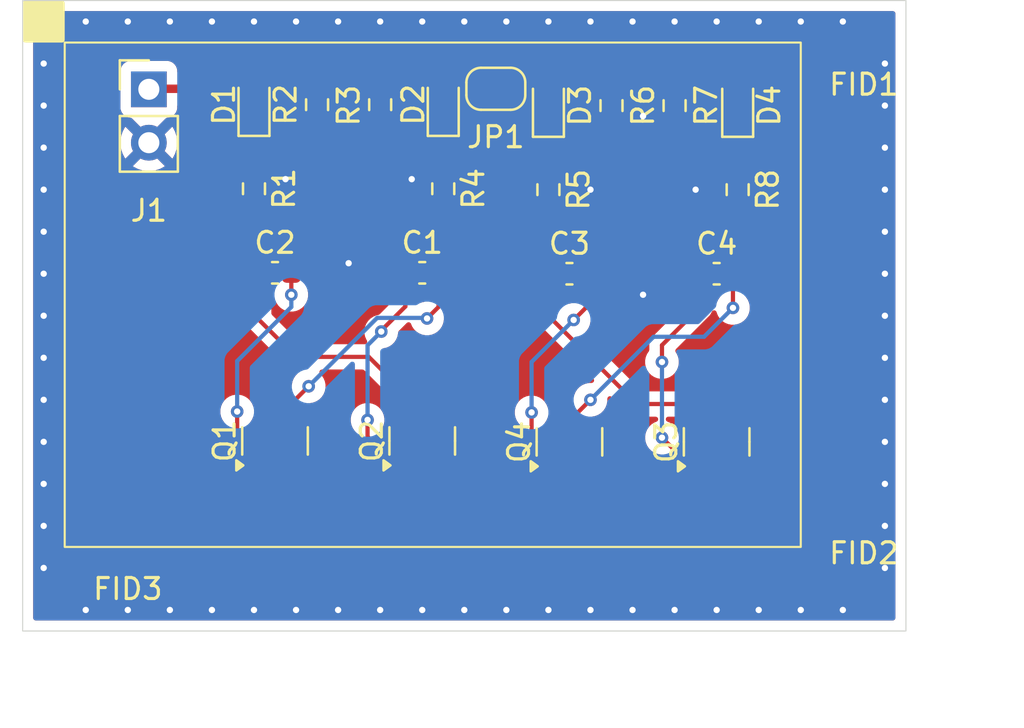
<source format=kicad_pcb>
(kicad_pcb (version 20241229) (generator "pcbnew") (generator_version "9.0")
  (layers (0 "F.Cu" signal) (2 "B.Cu" signal) (13 "F.Paste" user) (15 "B.Paste" user) (5 "F.SilkS" user "F.Silkscreen") (7 "B.SilkS" user "B.Silkscreen") (1 "F.Mask" user) (3 "B.Mask" user) (25 "Edge.Cuts" user))
  (net 0 "")
  (net 1 "GND")
  (net 2 "Net-(Q1-C)")
  (net 3 "Net-(Q2-B)")
  (net 4 "Net-(Q2-C)")
  (net 5 "Net-(Q1-B)")
  (net 6 "+9V")
  (net 7 "Net-(D1-K)")
  (net 8 "Net-(D2-K)")
  (net 9 "Net-(Q4-B)")
  (net 10 "Net-(Q3-C)")
  (net 11 "Net-(Q3-B)")
  (net 12 "Net-(Q4-C)")
  (net 13 "Net-(D3-K)")
  (net 14 "Net-(D4-K)")
  (net 15 "Net-(D3-A)")
  (footprint "LED_SMD:LED_0603_1608Metric" (layer "F.Cu") (at 111 104.95625 90)
    (property "Reference" "D1" (at 0 -1.43 90) (layer "F.SilkS"))
    (property "Value" "LED")
    (fp_line (start 0.8 -0.735) (end -1.485 -0.735) (stroke (width 0.12)) (layer "F.SilkS"))
    (fp_line (start -1.485 -0.735) (end -1.485 0.735) (stroke (width 0.12)) (layer "F.SilkS"))
    (fp_line (start -1.485 0.735) (end 0.8 0.735) (stroke (width 0.12)) (layer "F.SilkS"))
    (pad "1" smd roundrect (at -0.7875 0 90) (size 0.875 0.95) (layers "F.Cu" "F.Mask" "F.Paste") (net 7 "Net-(D1-K)"))
    (pad "2" smd roundrect (at 0.7875 0 90) (size 0.875 0.95) (layers "F.Cu" "F.Mask" "F.Paste") (net 6 "+9V"))
  )
  (footprint "Fiducial:Fiducial_0.5mm_Mask1.5mm" (layer "F.Cu") (at 140 128)
    (property "Reference" "FID2" (at 0 -1.7 0) (layer "F.SilkS"))
    (property "Value" "Fiducial")
    (pad "" smd circle (at 0 0) (size 0.5 0.5) (layers "F.Cu" "F.Mask") (clearance 0.6))
  )
  (footprint "Resistor_SMD:R_0603_1608Metric_Pad0.98x0.95mm_HandSolder" (layer "F.Cu") (at 120 108.95625 -90)
    (property "Reference" "R4" (at 0 -1.43 90) (layer "F.SilkS"))
    (property "Value" "470")
    (fp_line (start -0.254724 0.5225) (end 0.254724 0.5225) (stroke (width 0.12)) (layer "F.SilkS"))
    (fp_line (start -0.254724 -0.5225) (end 0.254724 -0.5225) (stroke (width 0.12)) (layer "F.SilkS"))
    (pad "1" smd roundrect (at -0.9125 0 270) (size 0.975 0.95) (layers "F.Cu" "F.Mask" "F.Paste") (net 8 "Net-(D2-K)"))
    (pad "2" smd roundrect (at 0.9125 0 270) (size 0.975 0.95) (layers "F.Cu" "F.Mask" "F.Paste") (net 2 "Net-(Q1-C)"))
  )
  (footprint "LED_SMD:LED_0603_1608Metric" (layer "F.Cu") (at 134 105 90)
    (property "Reference" "D4" (at 0 1.5 90) (layer "F.SilkS"))
    (property "Value" "LED")
    (fp_line (start 0.8 -0.735) (end -1.485 -0.735) (stroke (width 0.12)) (layer "F.SilkS"))
    (fp_line (start -1.485 -0.735) (end -1.485 0.735) (stroke (width 0.12)) (layer "F.SilkS"))
    (fp_line (start -1.485 0.735) (end 0.8 0.735) (stroke (width 0.12)) (layer "F.SilkS"))
    (pad "1" smd roundrect (at -0.7875 0 90) (size 0.875 0.95) (layers "F.Cu" "F.Mask" "F.Paste") (net 14 "Net-(D4-K)"))
    (pad "2" smd roundrect (at 0.7875 0 90) (size 0.875 0.95) (layers "F.Cu" "F.Mask" "F.Paste") (net 15 "Net-(D3-A)"))
  )
  (footprint "Resistor_SMD:R_0603_1608Metric_Pad0.98x0.95mm_HandSolder" (layer "F.Cu") (at 111 108.95625 -90)
    (property "Reference" "R1" (at 0 -1.43 90) (layer "F.SilkS"))
    (property "Value" "470")
    (fp_line (start -0.254724 0.5225) (end 0.254724 0.5225) (stroke (width 0.12)) (layer "F.SilkS"))
    (fp_line (start -0.254724 -0.5225) (end 0.254724 -0.5225) (stroke (width 0.12)) (layer "F.SilkS"))
    (pad "1" smd roundrect (at -0.9125 0 270) (size 0.975 0.95) (layers "F.Cu" "F.Mask" "F.Paste") (net 7 "Net-(D1-K)"))
    (pad "2" smd roundrect (at 0.9125 0 270) (size 0.975 0.95) (layers "F.Cu" "F.Mask" "F.Paste") (net 4 "Net-(Q2-C)"))
  )
  (footprint "Capacitor_SMD:C_0603_1608Metric" (layer "F.Cu") (at 112 112.95625)
    (property "Reference" "C2" (at 0 -1.43 0) (layer "F.SilkS"))
    (property "Value" "10µ")
    (fp_line (start -0.14058 -0.51) (end 0.14058 -0.51) (stroke (width 0.12)) (layer "F.SilkS"))
    (fp_line (start -0.14058 0.51) (end 0.14058 0.51) (stroke (width 0.12)) (layer "F.SilkS"))
    (pad "1" smd roundrect (at -0.775 0) (size 0.9 0.95) (layers "F.Cu" "F.Mask" "F.Paste") (net 4 "Net-(Q2-C)"))
    (pad "2" smd roundrect (at 0.775 0) (size 0.9 0.95) (layers "F.Cu" "F.Mask" "F.Paste") (net 5 "Net-(Q1-B)"))
  )
  (footprint "Connector_PinHeader_2.54mm:PinHeader_1x02_P2.54mm_Vertical" (layer "F.Cu") (at 106 104.225)
    (property "Reference" "J1" (at 0 5.775 0) (layer "F.SilkS"))
    (property "Value" "Conn_01x02_Pin")
    (fp_line (start -1.38 -1.38) (end 0 -1.38) (stroke (width 0.12)) (layer "F.SilkS"))
    (fp_line (start -1.38 0) (end -1.38 -1.38) (stroke (width 0.12)) (layer "F.SilkS"))
    (fp_line (start -1.38 1.27) (end -1.38 3.92) (stroke (width 0.12)) (layer "F.SilkS"))
    (fp_line (start -1.38 1.27) (end 1.38 1.27) (stroke (width 0.12)) (layer "F.SilkS"))
    (fp_line (start -1.38 3.92) (end 1.38 3.92) (stroke (width 0.12)) (layer "F.SilkS"))
    (fp_line (start 1.38 1.27) (end 1.38 3.92) (stroke (width 0.12)) (layer "F.SilkS"))
    (pad "1" thru_hole rect (at 0 0) (size 1.7 1.7) (drill 1) (layers "*.Cu" "*.Mask") (net 6 "+9V"))
    (pad "2" thru_hole circle (at 0 2.54) (size 1.7 1.7) (drill 1) (layers "*.Cu" "*.Mask") (net 1 "GND"))
  )
  (footprint "Resistor_SMD:R_0603_1608Metric_Pad0.98x0.95mm_HandSolder" (layer "F.Cu") (at 134 109 -90)
    (property "Reference" "R8" (at 0 -1.43 90) (layer "F.SilkS"))
    (property "Value" "470")
    (fp_line (start -0.254724 0.5225) (end 0.254724 0.5225) (stroke (width 0.12)) (layer "F.SilkS"))
    (fp_line (start -0.254724 -0.5225) (end 0.254724 -0.5225) (stroke (width 0.12)) (layer "F.SilkS"))
    (pad "1" smd roundrect (at -0.9125 0 270) (size 0.975 0.95) (layers "F.Cu" "F.Mask" "F.Paste") (net 14 "Net-(D4-K)"))
    (pad "2" smd roundrect (at 0.9125 0 270) (size 0.975 0.95) (layers "F.Cu" "F.Mask" "F.Paste") (net 12 "Net-(Q4-C)"))
  )
  (footprint "Package_TO_SOT_SMD:SOT-23" (layer "F.Cu") (at 119 120.95625 90)
    (property "Reference" "Q2" (at 0 -2.4 90) (layer "F.SilkS"))
    (property "Value" "BC847")
    (fp_line (start 0 -1.56) (end 0.65 -1.56) (stroke (width 0.12)) (layer "F.SilkS"))
    (fp_line (start 0 -1.56) (end -0.65 -1.56) (stroke (width 0.12)) (layer "F.SilkS"))
    (fp_line (start 0 1.56) (end 0.65 1.56) (stroke (width 0.12)) (layer "F.SilkS"))
    (fp_line (start 0 1.56) (end -0.65 1.56) (stroke (width 0.12)) (layer "F.SilkS"))
    (fp_poly (pts (xy -1.1625 -1.51) (xy -1.4025 -1.84) (xy -0.9225 -1.84)) (stroke (width 0.12)) (fill yes) (layer "F.SilkS"))
    (pad "1" smd roundrect (at -0.9375 -0.95 90) (size 1.475 0.6) (layers "F.Cu" "F.Mask" "F.Paste") (net 3 "Net-(Q2-B)"))
    (pad "2" smd roundrect (at -0.9375 0.95 90) (size 1.475 0.6) (layers "F.Cu" "F.Mask" "F.Paste") (net 1 "GND"))
    (pad "3" smd roundrect (at 0.9375 0 90) (size 1.475 0.6) (layers "F.Cu" "F.Mask" "F.Paste") (net 4 "Net-(Q2-C)"))
  )
  (footprint "LED_SMD:LED_0603_1608Metric" (layer "F.Cu") (at 120 104.95625 90)
    (property "Reference" "D2" (at 0 -1.43 90) (layer "F.SilkS"))
    (property "Value" "LED")
    (fp_line (start 0.8 -0.735) (end -1.485 -0.735) (stroke (width 0.12)) (layer "F.SilkS"))
    (fp_line (start -1.485 -0.735) (end -1.485 0.735) (stroke (width 0.12)) (layer "F.SilkS"))
    (fp_line (start -1.485 0.735) (end 0.8 0.735) (stroke (width 0.12)) (layer "F.SilkS"))
    (pad "1" smd roundrect (at -0.7875 0 90) (size 0.875 0.95) (layers "F.Cu" "F.Mask" "F.Paste") (net 8 "Net-(D2-K)"))
    (pad "2" smd roundrect (at 0.7875 0 90) (size 0.875 0.95) (layers "F.Cu" "F.Mask" "F.Paste") (net 6 "+9V"))
  )
  (footprint "Capacitor_SMD:C_0603_1608Metric" (layer "F.Cu") (at 126 113)
    (property "Reference" "C3" (at 0 -1.43 0) (layer "F.SilkS"))
    (property "Value" "10µ")
    (fp_line (start -0.14058 -0.51) (end 0.14058 -0.51) (stroke (width 0.12)) (layer "F.SilkS"))
    (fp_line (start -0.14058 0.51) (end 0.14058 0.51) (stroke (width 0.12)) (layer "F.SilkS"))
    (pad "1" smd roundrect (at -0.775 0) (size 0.9 0.95) (layers "F.Cu" "F.Mask" "F.Paste") (net 10 "Net-(Q3-C)"))
    (pad "2" smd roundrect (at 0.775 0) (size 0.9 0.95) (layers "F.Cu" "F.Mask" "F.Paste") (net 9 "Net-(Q4-B)"))
  )
  (footprint "LED_SMD:LED_0603_1608Metric" (layer "F.Cu") (at 125 105 90)
    (property "Reference" "D3" (at 0 1.5 90) (layer "F.SilkS"))
    (property "Value" "LED")
    (fp_line (start 0.8 -0.735) (end -1.485 -0.735) (stroke (width 0.12)) (layer "F.SilkS"))
    (fp_line (start -1.485 -0.735) (end -1.485 0.735) (stroke (width 0.12)) (layer "F.SilkS"))
    (fp_line (start -1.485 0.735) (end 0.8 0.735) (stroke (width 0.12)) (layer "F.SilkS"))
    (pad "1" smd roundrect (at -0.7875 0 90) (size 0.875 0.95) (layers "F.Cu" "F.Mask" "F.Paste") (net 13 "Net-(D3-K)"))
    (pad "2" smd roundrect (at 0.7875 0 90) (size 0.875 0.95) (layers "F.Cu" "F.Mask" "F.Paste") (net 15 "Net-(D3-A)"))
  )
  (footprint "Resistor_SMD:R_0603_1608Metric_Pad0.98x0.95mm_HandSolder" (layer "F.Cu") (at 117 104.95625 -90)
    (property "Reference" "R3" (at 0.04375 1.5 90) (layer "F.SilkS"))
    (property "Value" "47k")
    (fp_line (start -0.254724 0.5225) (end 0.254724 0.5225) (stroke (width 0.12)) (layer "F.SilkS"))
    (fp_line (start -0.254724 -0.5225) (end 0.254724 -0.5225) (stroke (width 0.12)) (layer "F.SilkS"))
    (pad "1" smd roundrect (at -0.9125 0 270) (size 0.975 0.95) (layers "F.Cu" "F.Mask" "F.Paste") (net 6 "+9V"))
    (pad "2" smd roundrect (at 0.9125 0 270) (size 0.975 0.95) (layers "F.Cu" "F.Mask" "F.Paste") (net 3 "Net-(Q2-B)"))
  )
  (footprint "Resistor_SMD:R_0603_1608Metric_Pad0.98x0.95mm_HandSolder" (layer "F.Cu") (at 131 105 -90)
    (property "Reference" "R7" (at 0 -1.5 90) (layer "F.SilkS"))
    (property "Value" "100k")
    (fp_line (start -0.254724 0.5225) (end 0.254724 0.5225) (stroke (width 0.12)) (layer "F.SilkS"))
    (fp_line (start -0.254724 -0.5225) (end 0.254724 -0.5225) (stroke (width 0.12)) (layer "F.SilkS"))
    (pad "1" smd roundrect (at -0.9125 0 270) (size 0.975 0.95) (layers "F.Cu" "F.Mask" "F.Paste") (net 15 "Net-(D3-A)"))
    (pad "2" smd roundrect (at 0.9125 0 270) (size 0.975 0.95) (layers "F.Cu" "F.Mask" "F.Paste") (net 11 "Net-(Q3-B)"))
  )
  (footprint "Package_TO_SOT_SMD:SOT-23" (layer "F.Cu") (at 112 120.95625 90)
    (property "Reference" "Q1" (at 0 -2.4 90) (layer "F.SilkS"))
    (property "Value" "BC847")
    (fp_line (start 0 -1.56) (end 0.65 -1.56) (stroke (width 0.12)) (layer "F.SilkS"))
    (fp_line (start 0 -1.56) (end -0.65 -1.56) (stroke (width 0.12)) (layer "F.SilkS"))
    (fp_line (start 0 1.56) (end 0.65 1.56) (stroke (width 0.12)) (layer "F.SilkS"))
    (fp_line (start 0 1.56) (end -0.65 1.56) (stroke (width 0.12)) (layer "F.SilkS"))
    (fp_poly (pts (xy -1.1625 -1.51) (xy -1.4025 -1.84) (xy -0.9225 -1.84)) (stroke (width 0.12)) (fill yes) (layer "F.SilkS"))
    (pad "1" smd roundrect (at -0.9375 -0.95 90) (size 1.475 0.6) (layers "F.Cu" "F.Mask" "F.Paste") (net 5 "Net-(Q1-B)"))
    (pad "2" smd roundrect (at -0.9375 0.95 90) (size 1.475 0.6) (layers "F.Cu" "F.Mask" "F.Paste") (net 1 "GND"))
    (pad "3" smd roundrect (at 0.9375 0 90) (size 1.475 0.6) (layers "F.Cu" "F.Mask" "F.Paste") (net 2 "Net-(Q1-C)"))
  )
  (footprint "Fiducial:Fiducial_0.5mm_Mask1.5mm" (layer "F.Cu") (at 140 102)
    (property "Reference" "FID1" (at 0 2 0) (layer "F.SilkS"))
    (property "Value" "Fiducial")
    (pad "" smd circle (at 0 0) (size 0.5 0.5) (layers "F.Cu" "F.Mask") (clearance 0.6))
  )
  (footprint "Package_TO_SOT_SMD:SOT-23" (layer "F.Cu") (at 133 121 90)
    (property "Reference" "Q3" (at 0 -2.4 90) (layer "F.SilkS"))
    (property "Value" "BC847")
    (fp_line (start 0 -1.56) (end 0.65 -1.56) (stroke (width 0.12)) (layer "F.SilkS"))
    (fp_line (start 0 -1.56) (end -0.65 -1.56) (stroke (width 0.12)) (layer "F.SilkS"))
    (fp_line (start 0 1.56) (end 0.65 1.56) (stroke (width 0.12)) (layer "F.SilkS"))
    (fp_line (start 0 1.56) (end -0.65 1.56) (stroke (width 0.12)) (layer "F.SilkS"))
    (fp_poly (pts (xy -1.1625 -1.51) (xy -1.4025 -1.84) (xy -0.9225 -1.84)) (stroke (width 0.12)) (fill yes) (layer "F.SilkS"))
    (pad "1" smd roundrect (at -0.9375 -0.95 90) (size 1.475 0.6) (layers "F.Cu" "F.Mask" "F.Paste") (net 11 "Net-(Q3-B)"))
    (pad "2" smd roundrect (at -0.9375 0.95 90) (size 1.475 0.6) (layers "F.Cu" "F.Mask" "F.Paste") (net 1 "GND"))
    (pad "3" smd roundrect (at 0.9375 0 90) (size 1.475 0.6) (layers "F.Cu" "F.Mask" "F.Paste") (net 10 "Net-(Q3-C)"))
  )
  (footprint "Capacitor_SMD:C_0603_1608Metric" (layer "F.Cu") (at 133 113)
    (property "Reference" "C4" (at 0 -1.43 0) (layer "F.SilkS"))
    (property "Value" "10µ")
    (fp_line (start -0.14058 -0.51) (end 0.14058 -0.51) (stroke (width 0.12)) (layer "F.SilkS"))
    (fp_line (start -0.14058 0.51) (end 0.14058 0.51) (stroke (width 0.12)) (layer "F.SilkS"))
    (pad "1" smd roundrect (at -0.775 0) (size 0.9 0.95) (layers "F.Cu" "F.Mask" "F.Paste") (net 11 "Net-(Q3-B)"))
    (pad "2" smd roundrect (at 0.775 0) (size 0.9 0.95) (layers "F.Cu" "F.Mask" "F.Paste") (net 12 "Net-(Q4-C)"))
  )
  (footprint "Resistor_SMD:R_0603_1608Metric_Pad0.98x0.95mm_HandSolder" (layer "F.Cu") (at 128 105 -90)
    (property "Reference" "R6" (at 0 -1.5 90) (layer "F.SilkS"))
    (property "Value" "100k")
    (fp_line (start -0.254724 0.5225) (end 0.254724 0.5225) (stroke (width 0.12)) (layer "F.SilkS"))
    (fp_line (start -0.254724 -0.5225) (end 0.254724 -0.5225) (stroke (width 0.12)) (layer "F.SilkS"))
    (pad "1" smd roundrect (at -0.9125 0 270) (size 0.975 0.95) (layers "F.Cu" "F.Mask" "F.Paste") (net 15 "Net-(D3-A)"))
    (pad "2" smd roundrect (at 0.9125 0 270) (size 0.975 0.95) (layers "F.Cu" "F.Mask" "F.Paste") (net 9 "Net-(Q4-B)"))
  )
  (footprint "Jumper:SolderJumper-2_P1.3mm_Open_RoundedPad1.0x1.5mm" (layer "F.Cu") (at 122.5 104.2)
    (property "Reference" "JP1" (at 0 2.3 0) (layer "F.SilkS"))
    (property "Value" "Jumper_2_Open")
    (fp_line (start -1.4 0.3) (end -1.4 -0.3) (stroke (width 0.12)) (layer "F.SilkS"))
    (fp_line (start -0.7 -1) (end 0.7 -1) (stroke (width 0.12)) (layer "F.SilkS"))
    (fp_line (start 0.7 1) (end -0.7 1) (stroke (width 0.12)) (layer "F.SilkS"))
    (fp_line (start 1.4 -0.3) (end 1.4 0.3) (stroke (width 0.12)) (layer "F.SilkS"))
    (fp_arc (start -1.4 -0.3) (mid -1.194975 -0.794975) (end -0.7 -1) (stroke (width 0.12)) (layer "F.SilkS"))
    (fp_arc (start -0.7 1) (mid -1.194975 0.794975) (end -1.4 0.3) (stroke (width 0.12)) (layer "F.SilkS"))
    (fp_arc (start 0.7 -1) (mid 1.194975 -0.794975) (end 1.4 -0.3) (stroke (width 0.12)) (layer "F.SilkS"))
    (fp_arc (start 1.4 0.3) (mid 1.194975 0.794975) (end 0.7 1) (stroke (width 0.12)) (layer "F.SilkS"))
    (pad "1" smd custom (at -0.65 0) (size 1 0.5) (layers "F.Cu" "F.Mask") (net 6 "+9V") (options (clearance outline) (anchor rect)) (primitives (gr_circle (center 0 0.25) (end 0.5 0.25) (width 0) (fill yes)) (gr_circle (center 0 -0.25) (end 0.5 -0.25) (width 0) (fill yes)) (gr_poly (pts (xy 0.5 0.75) (xy 0 0.75) (xy 0 -0.75) (xy 0.5 -0.75)) (width 0) (fill yes))))
    (pad "2" smd custom (at 0.65 0) (size 1 0.5) (layers "F.Cu" "F.Mask") (net 15 "Net-(D3-A)") (options (clearance outline) (anchor rect)) (primitives (gr_circle (center 0 0.25) (end 0.5 0.25) (width 0) (fill yes)) (gr_circle (center 0 -0.25) (end 0.5 -0.25) (width 0) (fill yes)) (gr_poly (pts (xy 0 0.75) (xy -0.5 0.75) (xy -0.5 -0.75) (xy 0 -0.75)) (width 0) (fill yes))))
  )
  (footprint "Package_TO_SOT_SMD:SOT-23" (layer "F.Cu") (at 126 121 90)
    (property "Reference" "Q4" (at 0 -2.4 90) (layer "F.SilkS"))
    (property "Value" "BC847")
    (fp_line (start 0 -1.56) (end 0.65 -1.56) (stroke (width 0.12)) (layer "F.SilkS"))
    (fp_line (start 0 -1.56) (end -0.65 -1.56) (stroke (width 0.12)) (layer "F.SilkS"))
    (fp_line (start 0 1.56) (end 0.65 1.56) (stroke (width 0.12)) (layer "F.SilkS"))
    (fp_line (start 0 1.56) (end -0.65 1.56) (stroke (width 0.12)) (layer "F.SilkS"))
    (fp_poly (pts (xy -1.1625 -1.51) (xy -1.4025 -1.84) (xy -0.9225 -1.84)) (stroke (width 0.12)) (fill yes) (layer "F.SilkS"))
    (pad "1" smd roundrect (at -0.9375 -0.95 90) (size 1.475 0.6) (layers "F.Cu" "F.Mask" "F.Paste") (net 9 "Net-(Q4-B)"))
    (pad "2" smd roundrect (at -0.9375 0.95 90) (size 1.475 0.6) (layers "F.Cu" "F.Mask" "F.Paste") (net 1 "GND"))
    (pad "3" smd roundrect (at 0.9375 0 90) (size 1.475 0.6) (layers "F.Cu" "F.Mask" "F.Paste") (net 12 "Net-(Q4-C)"))
  )
  (footprint "Resistor_SMD:R_0603_1608Metric_Pad0.98x0.95mm_HandSolder" (layer "F.Cu") (at 125 109 -90)
    (property "Reference" "R5" (at 0 -1.43 90) (layer "F.SilkS"))
    (property "Value" "470")
    (fp_line (start -0.254724 0.5225) (end 0.254724 0.5225) (stroke (width 0.12)) (layer "F.SilkS"))
    (fp_line (start -0.254724 -0.5225) (end 0.254724 -0.5225) (stroke (width 0.12)) (layer "F.SilkS"))
    (pad "1" smd roundrect (at -0.9125 0 270) (size 0.975 0.95) (layers "F.Cu" "F.Mask" "F.Paste") (net 13 "Net-(D3-K)"))
    (pad "2" smd roundrect (at 0.9125 0 270) (size 0.975 0.95) (layers "F.Cu" "F.Mask" "F.Paste") (net 10 "Net-(Q3-C)"))
  )
  (footprint "Capacitor_SMD:C_0603_1608Metric" (layer "F.Cu") (at 119 112.95625)
    (property "Reference" "C1" (at 0 -1.43 0) (layer "F.SilkS"))
    (property "Value" "10µ")
    (fp_line (start -0.14058 -0.51) (end 0.14058 -0.51) (stroke (width 0.12)) (layer "F.SilkS"))
    (fp_line (start -0.14058 0.51) (end 0.14058 0.51) (stroke (width 0.12)) (layer "F.SilkS"))
    (pad "1" smd roundrect (at -0.775 0) (size 0.9 0.95) (layers "F.Cu" "F.Mask" "F.Paste") (net 3 "Net-(Q2-B)"))
    (pad "2" smd roundrect (at 0.775 0) (size 0.9 0.95) (layers "F.Cu" "F.Mask" "F.Paste") (net 2 "Net-(Q1-C)"))
  )
  (footprint "Fiducial:Fiducial_0.5mm_Mask1.5mm" (layer "F.Cu") (at 102 128)
    (property "Reference" "FID3" (at 3 0 0) (layer "F.SilkS"))
    (property "Value" "Fiducial")
    (pad "" smd circle (at 0 0) (size 0.5 0.5) (layers "F.Cu" "F.Mask") (clearance 0.6))
  )
  (footprint "Resistor_SMD:R_0603_1608Metric_Pad0.98x0.95mm_HandSolder" (layer "F.Cu") (at 114 104.95625 -90)
    (property "Reference" "R2" (at 0 1.5 90) (layer "F.SilkS"))
    (property "Value" "47k")
    (fp_line (start -0.254724 0.5225) (end 0.254724 0.5225) (stroke (width 0.12)) (layer "F.SilkS"))
    (fp_line (start -0.254724 -0.5225) (end 0.254724 -0.5225) (stroke (width 0.12)) (layer "F.SilkS"))
    (pad "1" smd roundrect (at -0.9125 0 270) (size 0.975 0.95) (layers "F.Cu" "F.Mask" "F.Paste") (net 6 "+9V"))
    (pad "2" smd roundrect (at 0.9125 0 270) (size 0.975 0.95) (layers "F.Cu" "F.Mask" "F.Paste") (net 5 "Net-(Q1-B)"))
  )
  (gr_rect (start 102 102) (end 137 126) (stroke (width 0.1)) (fill no) (layer "F.SilkS"))
  (gr_rect (start 100 100) (end 142 130) (stroke (width 0.05)) (fill no) (layer "Edge.Cuts"))
  (via (at 101 107) (size 0.6) (drill 0.3) (layers "F.Cu" "B.Cu") (net 1))
  (via (at 141 115) (size 0.6) (drill 0.3) (layers "F.Cu" "B.Cu") (net 1))
  (via (at 141 109) (size 0.6) (drill 0.3) (layers "F.Cu" "B.Cu") (net 1))
  (via (at 101 113) (size 0.6) (drill 0.3) (layers "F.Cu" "B.Cu") (net 1))
  (via (at 111 129) (size 0.6) (drill 0.3) (layers "F.Cu" "B.Cu") (net 1))
  (via (at 139 129) (size 0.6) (drill 0.3) (layers "F.Cu" "B.Cu") (net 1))
  (via (at 137 101) (size 0.6) (drill 0.3) (layers "F.Cu" "B.Cu") (net 1))
  (via (at 117 129) (size 0.6) (drill 0.3) (layers "F.Cu" "B.Cu") (net 1))
  (via (at 127 109) (size 0.6) (drill 0.3) (layers "F.Cu" "B.Cu") (net 1))
  (via (at 103 101) (size 0.6) (drill 0.3) (layers "F.Cu" "B.Cu") (net 1))
  (via (at 141 125) (size 0.6) (drill 0.3) (layers "F.Cu" "B.Cu") (net 1))
  (via (at 115 101) (size 0.6) (drill 0.3) (layers "F.Cu" "B.Cu") (net 1))
  (via (at 113 129) (size 0.6) (drill 0.3) (layers "F.Cu" "B.Cu") (net 1))
  (via (at 125 101) (size 0.6) (drill 0.3) (layers "F.Cu" "B.Cu") (net 1))
  (via (at 119 101) (size 0.6) (drill 0.3) (layers "F.Cu" "B.Cu") (net 1))
  (via (at 135 129) (size 0.6) (drill 0.3) (layers "F.Cu" "B.Cu") (net 1))
  (via (at 133 101) (size 0.6) (drill 0.3) (layers "F.Cu" "B.Cu") (net 1))
  (via (at 101 123) (size 0.6) (drill 0.3) (layers "F.Cu" "B.Cu") (net 1))
  (via (at 125 129) (size 0.6) (drill 0.3) (layers "F.Cu" "B.Cu") (net 1))
  (via (at 137 129) (size 0.6) (drill 0.3) (layers "F.Cu" "B.Cu") (net 1))
  (via (at 115 129) (size 0.6) (drill 0.3) (layers "F.Cu" "B.Cu") (net 1))
  (via (at 129.5 105.5) (size 0.6) (drill 0.3) (layers "F.Cu" "B.Cu") (net 1))
  (via (at 141 121) (size 0.6) (drill 0.3) (layers "F.Cu" "B.Cu") (net 1))
  (via (at 112.5 108.5) (size 0.6) (drill 0.3) (layers "F.Cu" "B.Cu") (net 1))
  (via (at 103 129) (size 0.6) (drill 0.3) (layers "F.Cu" "B.Cu") (net 1))
  (via (at 101 103) (size 0.6) (drill 0.3) (layers "F.Cu" "B.Cu") (net 1))
  (via (at 101 119) (size 0.6) (drill 0.3) (layers "F.Cu" "B.Cu") (net 1))
  (via (at 131 129) (size 0.6) (drill 0.3) (layers "F.Cu" "B.Cu") (net 1))
  (via (at 101 105) (size 0.6) (drill 0.3) (layers "F.Cu" "B.Cu") (net 1))
  (via (at 141 123) (size 0.6) (drill 0.3) (layers "F.Cu" "B.Cu") (net 1))
  (via (at 109 101) (size 0.6) (drill 0.3) (layers "F.Cu" "B.Cu") (net 1))
  (via (at 107 129) (size 0.6) (drill 0.3) (layers "F.Cu" "B.Cu") (net 1))
  (via (at 135 101) (size 0.6) (drill 0.3) (layers "F.Cu" "B.Cu") (net 1))
  (via (at 133 129) (size 0.6) (drill 0.3) (layers "F.Cu" "B.Cu") (net 1))
  (via (at 109 129) (size 0.6) (drill 0.3) (layers "F.Cu" "B.Cu") (net 1))
  (via (at 101 127) (size 0.6) (drill 0.3) (layers "F.Cu" "B.Cu") (net 1))
  (via (at 101 109) (size 0.6) (drill 0.3) (layers "F.Cu" "B.Cu") (net 1))
  (via (at 131 101) (size 0.6) (drill 0.3) (layers "F.Cu" "B.Cu") (net 1))
  (via (at 121 129) (size 0.6) (drill 0.3) (layers "F.Cu" "B.Cu") (net 1))
  (via (at 141 103) (size 0.6) (drill 0.3) (layers "F.Cu" "B.Cu") (net 1))
  (via (at 141 113) (size 0.6) (drill 0.3) (layers "F.Cu" "B.Cu") (net 1))
  (via (at 129 129) (size 0.6) (drill 0.3) (layers "F.Cu" "B.Cu") (net 1))
  (via (at 101 117) (size 0.6) (drill 0.3) (layers "F.Cu" "B.Cu") (net 1))
  (via (at 141 117) (size 0.6) (drill 0.3) (layers "F.Cu" "B.Cu") (net 1))
  (via (at 129 101) (size 0.6) (drill 0.3) (layers "F.Cu" "B.Cu") (net 1))
  (via (at 117 101) (size 0.6) (drill 0.3) (layers "F.Cu" "B.Cu") (net 1))
  (via (at 123 129) (size 0.6) (drill 0.3) (layers "F.Cu" "B.Cu") (net 1))
  (via (at 107 101) (size 0.6) (drill 0.3) (layers "F.Cu" "B.Cu") (net 1))
  (via (at 132 109) (size 0.6) (drill 0.3) (layers "F.Cu" "B.Cu") (net 1))
  (via (at 123 101) (size 0.6) (drill 0.3) (layers "F.Cu" "B.Cu") (net 1))
  (via (at 141 111) (size 0.6) (drill 0.3) (layers "F.Cu" "B.Cu") (net 1))
  (via (at 105 101) (size 0.6) (drill 0.3) (layers "F.Cu" "B.Cu") (net 1))
  (via (at 113 101) (size 0.6) (drill 0.3) (layers "F.Cu" "B.Cu") (net 1))
  (via (at 119 129) (size 0.6) (drill 0.3) (layers "F.Cu" "B.Cu") (net 1))
  (via (at 129.5 114) (size 0.6) (drill 0.3) (layers "F.Cu" "B.Cu") (net 1))
  (via (at 101 121) (size 0.6) (drill 0.3) (layers "F.Cu" "B.Cu") (net 1))
  (via (at 141 119) (size 0.6) (drill 0.3) (layers "F.Cu" "B.Cu") (net 1))
  (via (at 111 101) (size 0.6) (drill 0.3) (layers "F.Cu" "B.Cu") (net 1))
  (via (at 121 101) (size 0.6) (drill 0.3) (layers "F.Cu" "B.Cu") (net 1))
  (via (at 115.5 112.5) (size 0.6) (drill 0.3) (layers "F.Cu" "B.Cu") (net 1))
  (via (at 101 125) (size 0.6) (drill 0.3) (layers "F.Cu" "B.Cu") (net 1))
  (via (at 127 101) (size 0.6) (drill 0.3) (layers "F.Cu" "B.Cu") (net 1))
  (via (at 141 105) (size 0.6) (drill 0.3) (layers "F.Cu" "B.Cu") (net 1))
  (via (at 141 127) (size 0.6) (drill 0.3) (layers "F.Cu" "B.Cu") (net 1))
  (via (at 101 115) (size 0.6) (drill 0.3) (layers "F.Cu" "B.Cu") (net 1))
  (via (at 127 129) (size 0.6) (drill 0.3) (layers "F.Cu" "B.Cu") (net 1))
  (via (at 101 111) (size 0.6) (drill 0.3) (layers "F.Cu" "B.Cu") (net 1))
  (via (at 118.5 108.5) (size 0.6) (drill 0.3) (layers "F.Cu" "B.Cu") (net 1))
  (via (at 141 107) (size 0.6) (drill 0.3) (layers "F.Cu" "B.Cu") (net 1))
  (via (at 139 101) (size 0.6) (drill 0.3) (layers "F.Cu" "B.Cu") (net 1))
  (via (at 105 129) (size 0.6) (drill 0.3) (layers "F.Cu" "B.Cu") (net 1))
  (segment (start 119.775 114.58125) (end 119.775 112.95625) (width 0.2) (layer "F.Cu") (net 2))
  (segment (start 120 109.86875) (end 120 112.73125) (width 0.2) (layer "F.Cu") (net 2))
  (segment (start 119.228125 115.128125) (end 119.775 114.58125) (width 0.2) (layer "F.Cu") (net 2))
  (segment (start 112 119.95625) (end 113.6 118.35625) (width 0.2) (layer "F.Cu") (net 2))
  (segment (start 112 120.01875) (end 112 119.95625) (width 0.2) (layer "F.Cu") (net 2))
  (segment (start 120 112.73125) (end 119.775 112.95625) (width 0.2) (layer "F.Cu") (net 2))
  (via (at 119.228125 115.128125) (size 0.6) (drill 0.3) (layers "F.Cu" "B.Cu") (net 2))
  (via (at 113.6 118.35625) (size 0.6) (drill 0.3) (layers "F.Cu" "B.Cu") (net 2))
  (segment (start 119.228125 115.128125) (end 119.2 115.1) (width 0.2) (layer "B.Cu") (net 2))
  (segment (start 119.2 115.1) (end 116.85625 115.1) (width 0.2) (layer "B.Cu") (net 2))
  (segment (start 116.85625 115.1) (end 113.6 118.35625) (width 0.2) (layer "B.Cu") (net 2))
  (segment (start 117.05239 115.75239) (end 117.05239 115.70386) (width 0.2) (layer "F.Cu") (net 3))
  (segment (start 117 111.73125) (end 118.225 112.95625) (width 0.2) (layer "F.Cu") (net 3))
  (segment (start 116.4 120.75625) (end 116.4 119.95625) (width 0.2) (layer "F.Cu") (net 3))
  (segment (start 117.5375 121.89375) (end 116.4 120.75625) (width 0.2) (layer "F.Cu") (net 3))
  (segment (start 118.2 112.98125) (end 118.225 112.95625) (width 0.2) (layer "F.Cu") (net 3))
  (segment (start 118.2 114.55625) (end 118.2 112.98125) (width 0.2) (layer "F.Cu") (net 3))
  (segment (start 118.05 121.89375) (end 117.5375 121.89375) (width 0.2) (layer "F.Cu") (net 3))
  (segment (start 117.05239 115.70386) (end 118.2 114.55625) (width 0.2) (layer "F.Cu") (net 3))
  (segment (start 117 105.86875) (end 117 111.73125) (width 0.2) (layer "F.Cu") (net 3))
  (via (at 117.05239 115.75239) (size 0.6) (drill 0.3) (layers "F.Cu" "B.Cu") (net 3))
  (via (at 116.4 119.95625) (size 0.6) (drill 0.3) (layers "F.Cu" "B.Cu") (net 3))
  (segment (start 116.4 119.95625) (end 116.4 116.40478) (width 0.2) (layer "B.Cu") (net 3))
  (segment (start 116.4 116.40478) (end 117.05239 115.75239) (width 0.2) (layer "B.Cu") (net 3))
  (segment (start 111.225 112.95625) (end 111.225 115.18125) (width 0.2) (layer "F.Cu") (net 4))
  (segment (start 113 116.95625) (end 116.45625 116.95625) (width 0.2) (layer "F.Cu") (net 4))
  (segment (start 111 109.86875) (end 111 112.73125) (width 0.2) (layer "F.Cu") (net 4))
  (segment (start 116.45625 116.95625) (end 119 119.5) (width 0.2) (layer "F.Cu") (net 4))
  (segment (start 111.225 115.18125) (end 113 116.95625) (width 0.2) (layer "F.Cu") (net 4))
  (segment (start 119 119.5) (end 119 120.01875) (width 0.2) (layer "F.Cu") (net 4))
  (segment (start 111 112.73125) (end 111.225 112.95625) (width 0.2) (layer "F.Cu") (net 4))
  (segment (start 112.775 114) (end 112.775 112.95625) (width 0.2) (layer "F.Cu") (net 5))
  (segment (start 114 105.86875) (end 114 111.73125) (width 0.2) (layer "F.Cu") (net 5))
  (segment (start 114 111.73125) (end 112.775 112.95625) (width 0.2) (layer "F.Cu") (net 5))
  (segment (start 110.2 119.55625) (end 110.2 121.04375) (width 0.2) (layer "F.Cu") (net 5))
  (segment (start 110.2 121.04375) (end 111.05 121.89375) (width 0.2) (layer "F.Cu") (net 5))
  (via (at 110.2 119.55625) (size 0.6) (drill 0.3) (layers "F.Cu" "B.Cu") (net 5))
  (via (at 112.775 114) (size 0.6) (drill 0.3) (layers "F.Cu" "B.Cu") (net 5))
  (segment (start 110.2 117.15625) (end 110.2 119.55625) (width 0.2) (layer "B.Cu") (net 5))
  (segment (start 112.775 114.58125) (end 110.2 117.15625) (width 0.2) (layer "B.Cu") (net 5))
  (segment (start 112.775 114) (end 112.775 114.58125) (width 0.2) (layer "B.Cu") (net 5))
  (segment (start 117 104.04375) (end 121.69375 104.04375) (width 0.4) (layer "F.Cu") (net 6))
  (segment (start 120.03125 104.2) (end 120 104.16875) (width 0.4) (layer "F.Cu") (net 6))
  (segment (start 114 104.04375) (end 117 104.04375) (width 0.4) (layer "F.Cu") (net 6))
  (segment (start 106 104.225) (end 106.025 104.2) (width 0.4) (layer "F.Cu") (net 6))
  (segment (start 119.875 104.04375) (end 120 104.16875) (width 0.2) (layer "F.Cu") (net 6))
  (segment (start 111 104.16875) (end 111.125 104.04375) (width 0.4) (layer "F.Cu") (net 6))
  (segment (start 120 104.16875) (end 120.36875 104.16875) (width 0.2) (layer "F.Cu") (net 6))
  (segment (start 110.96875 104.2) (end 111 104.16875) (width 0.4) (layer "F.Cu") (net 6))
  (segment (start 111.125 104.04375) (end 114 104.04375) (width 0.4) (layer "F.Cu") (net 6))
  (segment (start 106.025 104.2) (end 110.96875 104.2) (width 0.4) (layer "F.Cu") (net 6))
  (segment (start 121.69375 104.04375) (end 121.85 104.2) (width 0.2) (layer "F.Cu") (net 6))
  (segment (start 117.125 104.16875) (end 117 104.04375) (width 0.2) (layer "F.Cu") (net 6))
  (segment (start 111 105.74375) (end 111 108.04375) (width 0.2) (layer "F.Cu") (net 7))
  (segment (start 120 105.74375) (end 120 108.04375) (width 0.2) (layer "F.Cu") (net 8))
  (segment (start 126.2 115.2) (end 126.775 114.625) (width 0.2) (layer "F.Cu") (net 9))
  (segment (start 129.3 110.475) (end 126.775 113) (width 0.2) (layer "F.Cu") (net 9))
  (segment (start 124.2 121.0875) (end 125.05 121.9375) (width 0.2) (layer "F.Cu") (net 9))
  (segment (start 126.775 114.625) (end 126.775 113) (width 0.2) (layer "F.Cu") (net 9))
  (segment (start 124.2 119.6) (end 124.2 121.0875) (width 0.2) (layer "F.Cu") (net 9))
  (segment (start 129.3 107.2125) (end 129.3 110.475) (width 0.2) (layer "F.Cu") (net 9))
  (segment (start 128 105.9125) (end 129.3 107.2125) (width 0.2) (layer "F.Cu") (net 9))
  (via (at 124.2 119.6) (size 0.6) (drill 0.3) (layers "F.Cu" "B.Cu") (net 9))
  (via (at 126.2 115.2) (size 0.6) (drill 0.3) (layers "F.Cu" "B.Cu") (net 9))
  (segment (start 126.2 115.2) (end 124.2 117.2) (width 0.2) (layer "B.Cu") (net 9))
  (segment (start 124.2 117.2) (end 124.2 119.6) (width 0.2) (layer "B.Cu") (net 9))
  (segment (start 129.2 119.2) (end 132.1375 119.2) (width 0.2) (layer "F.Cu") (net 10))
  (segment (start 125.225 115.225) (end 129.2 119.2) (width 0.2) (layer "F.Cu") (net 10))
  (segment (start 125 112.775) (end 125.225 113) (width 0.2) (layer "F.Cu") (net 10))
  (segment (start 125.225 113) (end 125.225 115.225) (width 0.2) (layer "F.Cu") (net 10))
  (segment (start 125 109.9125) (end 125 112.775) (width 0.2) (layer "F.Cu") (net 10))
  (segment (start 132.1375 119.2) (end 133 120.0625) (width 0.2) (layer "F.Cu") (net 10))
  (segment (start 131.5375 121.9375) (end 132.05 121.9375) (width 0.2) (layer "F.Cu") (net 11))
  (segment (start 131 105.9125) (end 129.7 107.2125) (width 0.2) (layer "F.Cu") (net 11))
  (segment (start 130.4 120.8) (end 131.5375 121.9375) (width 0.2) (layer "F.Cu") (net 11))
  (segment (start 130.4 117.2) (end 130.4 116.4) (width 0.2) (layer "F.Cu") (net 11))
  (segment (start 129.7 107.2125) (end 129.7 110.475) (width 0.2) (layer "F.Cu") (net 11))
  (segment (start 130.4 116.4) (end 132.2 114.6) (width 0.2) (layer "F.Cu") (net 11))
  (segment (start 129.7 110.475) (end 132.225 113) (width 0.2) (layer "F.Cu") (net 11))
  (segment (start 132.2 114.6) (end 132.2 113.025) (width 0.2) (layer "F.Cu") (net 11))
  (segment (start 132.2 113.025) (end 132.225 113) (width 0.2) (layer "F.Cu") (net 11))
  (via (at 130.4 117.2) (size 0.6) (drill 0.3) (layers "F.Cu" "B.Cu") (net 11))
  (via (at 130.4 120.8) (size 0.6) (drill 0.3) (layers "F.Cu" "B.Cu") (net 11))
  (segment (start 130.4 120.8) (end 130.4 117.2) (width 0.2) (layer "B.Cu") (net 11))
  (segment (start 127 119) (end 126 120) (width 0.2) (layer "F.Cu") (net 12))
  (segment (start 134 112.775) (end 133.775 113) (width 0.2) (layer "F.Cu") (net 12))
  (segment (start 134 109.9125) (end 134 112.775) (width 0.2) (layer "F.Cu") (net 12))
  (segment (start 126 120) (end 126 120.0625) (width 0.2) (layer "F.Cu") (net 12))
  (segment (start 133.775 114.625) (end 133.775 113) (width 0.2) (layer "F.Cu") (net 12))
  (via (at 133.775 114.625) (size 0.6) (drill 0.3) (layers "F.Cu" "B.Cu") (net 12))
  (via (at 127 119) (size 0.6) (drill 0.3) (layers "F.Cu" "B.Cu") (net 12))
  (segment (start 132.4 116) (end 130 116) (width 0.2) (layer "B.Cu") (net 12))
  (segment (start 130 116) (end 127 119) (width 0.2) (layer "B.Cu") (net 12))
  (segment (start 133.775 114.625) (end 132.4 116) (width 0.2) (layer "B.Cu") (net 12))
  (segment (start 125 105.7875) (end 125 108.0875) (width 0.2) (layer "F.Cu") (net 13))
  (segment (start 134 105.7875) (end 134 108.0875) (width 0.2) (layer "F.Cu") (net 14))
  (segment (start 127.9875 104.1) (end 128 104.0875) (width 0.4) (layer "F.Cu") (net 15))
  (segment (start 125 104.2125) (end 125.1125 104.1) (width 0.4) (layer "F.Cu") (net 15))
  (segment (start 125.1125 104.1) (end 127.9875 104.1) (width 0.4) (layer "F.Cu") (net 15))
  (segment (start 133.875 104.0875) (end 134 104.2125) (width 0.4) (layer "F.Cu") (net 15))
  (segment (start 124.9875 104.2) (end 125 104.2125) (width 0.4) (layer "F.Cu") (net 15))
  (segment (start 123.15 104.2) (end 124.9875 104.2) (width 0.4) (layer "F.Cu") (net 15))
  (segment (start 131 104.0875) (end 133.875 104.0875) (width 0.4) (layer "F.Cu") (net 15))
  (segment (start 128 104.0875) (end 131 104.0875) (width 0.4) (layer "F.Cu") (net 15))
  (zone (net 1) (net_name "GND") (layers "F.Cu" "B.Cu") (connect_pads (clearance 0.5)) (min_thickness 0.25) (fill yes (thermal_gap 0.5) (thermal_bridge_width 0.5) (island_removal_mode 1) (island_area_min 10))
    (polygon (pts (xy 100 100) (xy 142 100) (xy 142 130) (xy 100 130)))
  )
  (zone (net 0) (net_name "") (layer "F.SilkS") (connect_pads (clearance 0.5)) (min_thickness 0.25) (fill yes (thermal_gap 0.5) (thermal_bridge_width 0.5))
    (polygon (pts (xy 100 100) (xy 100 102) (xy 102 102) (xy 102 100)))
  )
)
</source>
